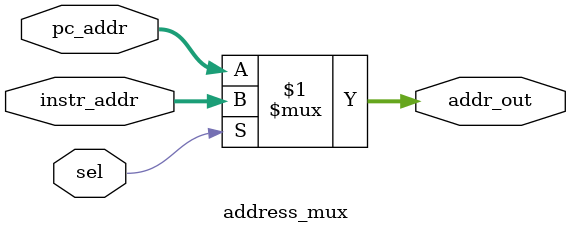
<source format=v>
`timescale 1ns / 1ps


// =============================================================
// Module: Address Mux
// Function: Choose between address from PC (fetch command) or
// address taken from the operand field in instruction (for jump commands, LDA, STO,...)
// Control: "sel" signal from the Controller.
// Width: default 5-bit (can be parameterized)
// =============================================================
module address_mux #(
    parameter WIDTH = 5
)(
    input wire [WIDTH-1:0] pc_addr,      
    input wire [WIDTH-1:0] instr_addr,   
    input wire sel,                    
    output wire [WIDTH-1:0] addr_out     
);
    assign addr_out = sel ? instr_addr : pc_addr;
endmodule

</source>
